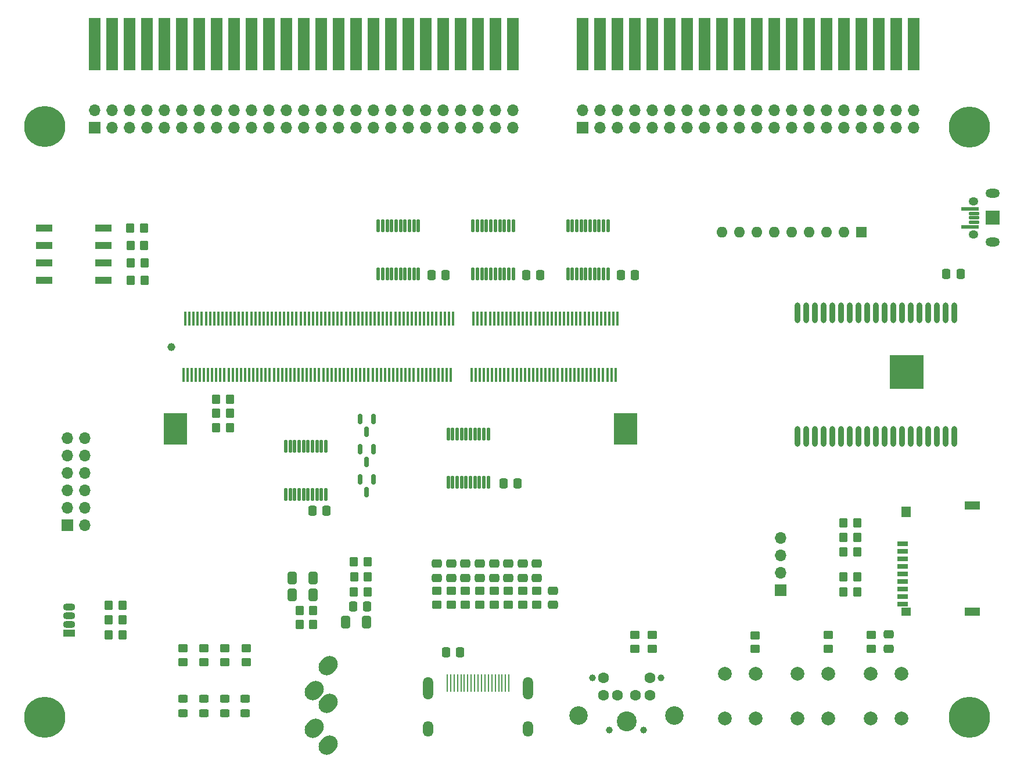
<source format=gbr>
%TF.GenerationSoftware,KiCad,Pcbnew,(6.0.11)*%
%TF.CreationDate,2023-05-25T19:22:19-07:00*%
%TF.ProjectId,TRS-IO++,5452532d-494f-42b2-9b2e-6b696361645f,rev?*%
%TF.SameCoordinates,Original*%
%TF.FileFunction,Soldermask,Top*%
%TF.FilePolarity,Negative*%
%FSLAX46Y46*%
G04 Gerber Fmt 4.6, Leading zero omitted, Abs format (unit mm)*
G04 Created by KiCad (PCBNEW (6.0.11)) date 2023-05-25 19:22:19*
%MOMM*%
%LPD*%
G01*
G04 APERTURE LIST*
G04 Aperture macros list*
%AMRoundRect*
0 Rectangle with rounded corners*
0 $1 Rounding radius*
0 $2 $3 $4 $5 $6 $7 $8 $9 X,Y pos of 4 corners*
0 Add a 4 corners polygon primitive as box body*
4,1,4,$2,$3,$4,$5,$6,$7,$8,$9,$2,$3,0*
0 Add four circle primitives for the rounded corners*
1,1,$1+$1,$2,$3*
1,1,$1+$1,$4,$5*
1,1,$1+$1,$6,$7*
1,1,$1+$1,$8,$9*
0 Add four rect primitives between the rounded corners*
20,1,$1+$1,$2,$3,$4,$5,0*
20,1,$1+$1,$4,$5,$6,$7,0*
20,1,$1+$1,$6,$7,$8,$9,0*
20,1,$1+$1,$8,$9,$2,$3,0*%
%AMHorizOval*
0 Thick line with rounded ends*
0 $1 width*
0 $2 $3 position (X,Y) of the first rounded end (center of the circle)*
0 $4 $5 position (X,Y) of the second rounded end (center of the circle)*
0 Add line between two ends*
20,1,$1,$2,$3,$4,$5,0*
0 Add two circle primitives to create the rounded ends*
1,1,$1,$2,$3*
1,1,$1,$4,$5*%
G04 Aperture macros list end*
%ADD10R,1.600000X1.600000*%
%ADD11O,1.600000X1.600000*%
%ADD12C,2.000000*%
%ADD13RoundRect,0.250000X0.350000X0.450000X-0.350000X0.450000X-0.350000X-0.450000X0.350000X-0.450000X0*%
%ADD14RoundRect,0.250000X-0.450000X0.350000X-0.450000X-0.350000X0.450000X-0.350000X0.450000X0.350000X0*%
%ADD15RoundRect,0.250000X-0.412500X-0.650000X0.412500X-0.650000X0.412500X0.650000X-0.412500X0.650000X0*%
%ADD16RoundRect,0.250000X0.450000X-0.350000X0.450000X0.350000X-0.450000X0.350000X-0.450000X-0.350000X0*%
%ADD17R,2.440000X1.120000*%
%ADD18RoundRect,0.250000X-0.350000X-0.450000X0.350000X-0.450000X0.350000X0.450000X-0.350000X0.450000X0*%
%ADD19RoundRect,0.250000X0.450000X-0.325000X0.450000X0.325000X-0.450000X0.325000X-0.450000X-0.325000X0*%
%ADD20RoundRect,0.250000X0.337500X0.475000X-0.337500X0.475000X-0.337500X-0.475000X0.337500X-0.475000X0*%
%ADD21C,0.800000*%
%ADD22C,6.000000*%
%ADD23RoundRect,0.250000X0.412500X0.650000X-0.412500X0.650000X-0.412500X-0.650000X0.412500X-0.650000X0*%
%ADD24RoundRect,0.250000X-0.475000X0.337500X-0.475000X-0.337500X0.475000X-0.337500X0.475000X0.337500X0*%
%ADD25R,1.700000X1.700000*%
%ADD26O,1.700000X1.700000*%
%ADD27HorizOval,2.400000X-0.212132X-0.212132X0.212132X0.212132X0*%
%ADD28RoundRect,0.250000X-0.337500X-0.475000X0.337500X-0.475000X0.337500X0.475000X-0.337500X0.475000X0*%
%ADD29RoundRect,0.150000X-0.150000X0.587500X-0.150000X-0.587500X0.150000X-0.587500X0.150000X0.587500X0*%
%ADD30R,0.280000X2.600000*%
%ADD31O,1.500000X3.300000*%
%ADD32O,1.500000X2.300000*%
%ADD33R,1.600000X0.700000*%
%ADD34R,1.400000X1.600000*%
%ADD35R,2.200000X1.200000*%
%ADD36R,1.400000X1.200000*%
%ADD37RoundRect,0.112500X-0.112500X0.837500X-0.112500X-0.837500X0.112500X-0.837500X0.112500X0.837500X0*%
%ADD38O,0.900000X3.000000*%
%ADD39R,5.000000X5.000000*%
%ADD40RoundRect,0.250000X0.475000X-0.337500X0.475000X0.337500X-0.475000X0.337500X-0.475000X-0.337500X0*%
%ADD41O,1.400000X1.200000*%
%ADD42RoundRect,0.050000X1.000000X-1.000000X1.000000X1.000000X-1.000000X1.000000X-1.000000X-1.000000X0*%
%ADD43O,2.100000X1.300000*%
%ADD44RoundRect,0.050000X1.250000X-0.200000X1.250000X0.200000X-1.250000X0.200000X-1.250000X-0.200000X0*%
%ADD45RoundRect,0.050000X0.675000X-0.200000X0.675000X0.200000X-0.675000X0.200000X-0.675000X-0.200000X0*%
%ADD46R,1.778000X7.620000*%
%ADD47R,1.800000X1.070000*%
%ADD48O,1.800000X1.070000*%
%ADD49C,1.600000*%
%ADD50C,1.000000*%
%ADD51C,2.900000*%
%ADD52C,2.700000*%
%ADD53C,1.150000*%
%ADD54R,0.350000X2.000000*%
%ADD55R,3.500000X4.600000*%
G04 APERTURE END LIST*
D10*
%TO.C,RN1*%
X185028600Y-70713600D03*
D11*
X182488600Y-70713600D03*
X179948600Y-70713600D03*
X177408600Y-70713600D03*
X174868600Y-70713600D03*
X172328600Y-70713600D03*
X169788600Y-70713600D03*
X167248600Y-70713600D03*
X164708600Y-70713600D03*
%TD*%
D12*
%TO.C,SW4*%
X165100000Y-141629200D03*
X165100000Y-135129200D03*
X169600000Y-141629200D03*
X169600000Y-135129200D03*
%TD*%
D13*
%TO.C,R33*%
X80435500Y-70104000D03*
X78435500Y-70104000D03*
%TD*%
D14*
%TO.C,R39*%
X92269032Y-131384800D03*
X92269032Y-133384800D03*
%TD*%
D15*
%TO.C,C15*%
X109806299Y-127551799D03*
X112931299Y-127551799D03*
%TD*%
D16*
%TO.C,R8*%
X129413000Y-125023800D03*
X129413000Y-123023800D03*
%TD*%
D14*
%TO.C,R40*%
X95330100Y-131384800D03*
X95330100Y-133384800D03*
%TD*%
D17*
%TO.C,SW3*%
X65935700Y-70104000D03*
X65935700Y-72644000D03*
X65935700Y-75184000D03*
X65935700Y-77724000D03*
X74545700Y-77724000D03*
X74545700Y-75184000D03*
X74545700Y-72644000D03*
X74545700Y-70104000D03*
%TD*%
D18*
%TO.C,R29*%
X90998800Y-95046800D03*
X92998800Y-95046800D03*
%TD*%
D19*
%TO.C,D3*%
X89177666Y-140842600D03*
X89177666Y-138792600D03*
%TD*%
D20*
%TO.C,C16*%
X134919850Y-107340400D03*
X132844850Y-107340400D03*
%TD*%
D16*
%TO.C,R10*%
X125247400Y-125023800D03*
X125247400Y-123023800D03*
%TD*%
D13*
%TO.C,R35*%
X80537100Y-75184000D03*
X78537100Y-75184000D03*
%TD*%
D19*
%TO.C,D2*%
X86146600Y-140842600D03*
X86146600Y-138792600D03*
%TD*%
D16*
%TO.C,R7*%
X131495800Y-125023800D03*
X131495800Y-123023800D03*
%TD*%
D14*
%TO.C,R14*%
X169570400Y-129505200D03*
X169570400Y-131505200D03*
%TD*%
D21*
%TO.C,H3*%
X202387690Y-139887010D03*
X203046700Y-141478000D03*
X199205710Y-143068990D03*
D22*
X200796700Y-141478000D03*
D21*
X200796700Y-143728000D03*
X202387690Y-143068990D03*
X200796700Y-139228000D03*
X198546700Y-141478000D03*
X199205710Y-139887010D03*
%TD*%
D18*
%TO.C,R16*%
X182423100Y-120967500D03*
X184423100Y-120967500D03*
%TD*%
D23*
%TO.C,C12*%
X105141899Y-121167999D03*
X102016899Y-121167999D03*
%TD*%
D24*
%TO.C,C6*%
X127330200Y-119049300D03*
X127330200Y-121124300D03*
%TD*%
D13*
%TO.C,R34*%
X80486300Y-72644000D03*
X78486300Y-72644000D03*
%TD*%
%TO.C,R2*%
X77301600Y-125120400D03*
X75301600Y-125120400D03*
%TD*%
D24*
%TO.C,C4*%
X131495800Y-119049300D03*
X131495800Y-121124300D03*
%TD*%
D16*
%TO.C,R31*%
X154533600Y-131462400D03*
X154533600Y-129462400D03*
%TD*%
D24*
%TO.C,C3*%
X133578600Y-119049300D03*
X133578600Y-121124300D03*
%TD*%
%TO.C,C7*%
X125247400Y-119049300D03*
X125247400Y-121124300D03*
%TD*%
D21*
%TO.C,H2*%
X198546700Y-55321200D03*
X202387690Y-53730210D03*
X200796700Y-57571200D03*
X199205710Y-53730210D03*
X203046700Y-55321200D03*
X199205710Y-56912190D03*
X202387690Y-56912190D03*
D22*
X200796700Y-55321200D03*
D21*
X200796700Y-53071200D03*
%TD*%
D24*
%TO.C,C1*%
X137744200Y-119049300D03*
X137744200Y-121124300D03*
%TD*%
D12*
%TO.C,SW2*%
X175727350Y-135129200D03*
X175727350Y-141629200D03*
X180227350Y-141629200D03*
X180227350Y-135129200D03*
%TD*%
D25*
%TO.C,J2*%
X144413700Y-55422800D03*
D26*
X144413700Y-52882800D03*
X146953700Y-55422800D03*
X146953700Y-52882800D03*
X149493700Y-55422800D03*
X149493700Y-52882800D03*
X152033700Y-55422800D03*
X152033700Y-52882800D03*
X154573700Y-55422800D03*
X154573700Y-52882800D03*
X157113700Y-55422800D03*
X157113700Y-52882800D03*
X159653700Y-55422800D03*
X159653700Y-52882800D03*
X162193700Y-55422800D03*
X162193700Y-52882800D03*
X164733700Y-55422800D03*
X164733700Y-52882800D03*
X167273700Y-55422800D03*
X167273700Y-52882800D03*
X169813700Y-55422800D03*
X169813700Y-52882800D03*
X172353700Y-55422800D03*
X172353700Y-52882800D03*
X174893700Y-55422800D03*
X174893700Y-52882800D03*
X177433700Y-55422800D03*
X177433700Y-52882800D03*
X179973700Y-55422800D03*
X179973700Y-52882800D03*
X182513700Y-55422800D03*
X182513700Y-52882800D03*
X185053700Y-55422800D03*
X185053700Y-52882800D03*
X187593700Y-55422800D03*
X187593700Y-52882800D03*
X190133700Y-55422800D03*
X190133700Y-52882800D03*
X192673700Y-55422800D03*
X192673700Y-52882800D03*
%TD*%
D27*
%TO.C,J10*%
X105273899Y-137591199D03*
X107273899Y-139391199D03*
X107273899Y-145491199D03*
X105273899Y-143091199D03*
X107273899Y-133891199D03*
%TD*%
D20*
%TO.C,C19*%
X124415000Y-76962000D03*
X122340000Y-76962000D03*
%TD*%
D24*
%TO.C,C8*%
X123164600Y-119049300D03*
X123164600Y-121124300D03*
%TD*%
D28*
%TO.C,C23*%
X124463900Y-131961300D03*
X126538900Y-131961300D03*
%TD*%
D29*
%TO.C,Q3*%
X113878400Y-97919300D03*
X111978400Y-97919300D03*
X112928400Y-99794300D03*
%TD*%
D30*
%TO.C,J7*%
X133659000Y-136468600D03*
X133159000Y-136468600D03*
X132659000Y-136468600D03*
X132159000Y-136468600D03*
X131659000Y-136468600D03*
X131159000Y-136468600D03*
X130659000Y-136468600D03*
X130159000Y-136468600D03*
X129659000Y-136468600D03*
X129159000Y-136468600D03*
X128659000Y-136468600D03*
X128159000Y-136468600D03*
X127659000Y-136468600D03*
X127159000Y-136468600D03*
X126659000Y-136468600D03*
X126159000Y-136468600D03*
X125659000Y-136468600D03*
X125159000Y-136468600D03*
X124659000Y-136468600D03*
D31*
X136409000Y-137228600D03*
D32*
X121909000Y-143188600D03*
X136409000Y-143188600D03*
D31*
X121909000Y-137228600D03*
%TD*%
D33*
%TO.C,J9*%
X191070000Y-116113200D03*
X191070000Y-117213200D03*
X191070000Y-118313200D03*
X191070000Y-119413200D03*
X191070000Y-120513200D03*
X191070000Y-121613200D03*
X191070000Y-122713200D03*
X191070000Y-123813200D03*
X191070000Y-124913200D03*
D34*
X191570000Y-111463200D03*
D35*
X201170000Y-110563200D03*
X201170000Y-126063200D03*
D36*
X191570000Y-126063200D03*
%TD*%
D24*
%TO.C,C9*%
X189026800Y-129366100D03*
X189026800Y-131441100D03*
%TD*%
D13*
%TO.C,R36*%
X80537100Y-77724000D03*
X78537100Y-77724000D03*
%TD*%
D25*
%TO.C,J8*%
X173255166Y-122892600D03*
D26*
X173255166Y-120352600D03*
X173255166Y-117812600D03*
X173255166Y-115272600D03*
%TD*%
D18*
%TO.C,R17*%
X182423100Y-115214400D03*
X184423100Y-115214400D03*
%TD*%
%TO.C,R26*%
X90998800Y-99212400D03*
X92998800Y-99212400D03*
%TD*%
D29*
%TO.C,Q4*%
X113878400Y-102338900D03*
X111978400Y-102338900D03*
X112928400Y-104213900D03*
%TD*%
D12*
%TO.C,SW1*%
X186354700Y-135129200D03*
X186354700Y-141629200D03*
X190854700Y-141629200D03*
X190854700Y-135129200D03*
%TD*%
D16*
%TO.C,R32*%
X151993600Y-131462400D03*
X151993600Y-129462400D03*
%TD*%
D25*
%TO.C,J5*%
X69322000Y-113411400D03*
D26*
X71862000Y-113411400D03*
X69322000Y-110871400D03*
X71862000Y-110871400D03*
X69322000Y-108331400D03*
X71862000Y-108331400D03*
X69322000Y-105791400D03*
X71862000Y-105791400D03*
X69322000Y-103251400D03*
X71862000Y-103251400D03*
X69322000Y-100711400D03*
X71862000Y-100711400D03*
%TD*%
D18*
%TO.C,R18*%
X182423100Y-113080800D03*
X184423100Y-113080800D03*
%TD*%
%TO.C,R19*%
X182438800Y-123139200D03*
X184438800Y-123139200D03*
%TD*%
D13*
%TO.C,R1*%
X77301600Y-129438400D03*
X75301600Y-129438400D03*
%TD*%
D37*
%TO.C,U3*%
X148095700Y-69753600D03*
X147445700Y-69753600D03*
X146795700Y-69753600D03*
X146145700Y-69753600D03*
X145495700Y-69753600D03*
X144845700Y-69753600D03*
X144195700Y-69753600D03*
X143545700Y-69753600D03*
X142895700Y-69753600D03*
X142245700Y-69753600D03*
X142245700Y-76753600D03*
X142895700Y-76753600D03*
X143545700Y-76753600D03*
X144195700Y-76753600D03*
X144845700Y-76753600D03*
X145495700Y-76753600D03*
X146145700Y-76753600D03*
X146795700Y-76753600D03*
X147445700Y-76753600D03*
X148095700Y-76753600D03*
%TD*%
D19*
%TO.C,D4*%
X92208732Y-140842600D03*
X92208732Y-138792600D03*
%TD*%
D37*
%TO.C,U4*%
X130660550Y-100132000D03*
X130010550Y-100132000D03*
X129360550Y-100132000D03*
X128710550Y-100132000D03*
X128060550Y-100132000D03*
X127410550Y-100132000D03*
X126760550Y-100132000D03*
X126110550Y-100132000D03*
X125460550Y-100132000D03*
X124810550Y-100132000D03*
X124810550Y-107132000D03*
X125460550Y-107132000D03*
X126110550Y-107132000D03*
X126760550Y-107132000D03*
X127410550Y-107132000D03*
X128060550Y-107132000D03*
X128710550Y-107132000D03*
X129360550Y-107132000D03*
X130010550Y-107132000D03*
X130660550Y-107132000D03*
%TD*%
D38*
%TO.C,U1*%
X198565900Y-82490800D03*
X197295900Y-82490800D03*
X196025900Y-82490800D03*
X194755900Y-82490800D03*
X193485900Y-82490800D03*
X192215900Y-82490800D03*
X190945900Y-82490800D03*
X189675900Y-82490800D03*
X188405900Y-82490800D03*
X187135900Y-82490800D03*
X185865900Y-82490800D03*
X184595900Y-82490800D03*
X183325900Y-82490800D03*
X182055900Y-82490800D03*
X180755900Y-82490800D03*
X179485900Y-82490800D03*
X178215900Y-82490800D03*
X176945900Y-82490800D03*
X175675900Y-82490800D03*
X175675900Y-100490800D03*
X176945900Y-100490800D03*
X178215900Y-100490800D03*
X179485900Y-100490800D03*
X180755900Y-100490800D03*
X182055900Y-100520800D03*
X183325900Y-100520800D03*
X184595900Y-100520800D03*
X185865900Y-100520800D03*
X187135900Y-100520800D03*
X188405900Y-100520800D03*
X189675900Y-100520800D03*
X190945900Y-100520800D03*
X192215900Y-100520800D03*
X193485900Y-100520800D03*
X194755900Y-100520800D03*
X196025900Y-100520800D03*
X197295900Y-100520800D03*
X198565900Y-100520800D03*
D21*
X189655900Y-90090800D03*
X192655900Y-90090800D03*
X192655900Y-91090800D03*
X189655900Y-91090800D03*
X193655900Y-93090800D03*
X193655900Y-89090800D03*
X189655900Y-92090800D03*
X190655900Y-91090800D03*
X191655900Y-93090800D03*
X189655900Y-93090800D03*
X189655900Y-89090800D03*
X191655900Y-92090800D03*
X191655900Y-91090800D03*
X193655900Y-91090800D03*
D39*
X191645900Y-91090800D03*
D21*
X192655900Y-93090800D03*
X190655900Y-93090800D03*
X190655900Y-89090800D03*
X192655900Y-92090800D03*
X193655900Y-92090800D03*
X192655900Y-89090800D03*
X190655900Y-90090800D03*
X191655900Y-90090800D03*
X193655900Y-90090800D03*
X191655900Y-89090800D03*
X190655900Y-92090800D03*
%TD*%
D40*
%TO.C,C21*%
X140106400Y-125061300D03*
X140106400Y-122986300D03*
%TD*%
D14*
%TO.C,R30*%
X180171900Y-129454400D03*
X180171900Y-131454400D03*
%TD*%
D21*
%TO.C,H1*%
X66024300Y-57520400D03*
X64433310Y-56861390D03*
X68274300Y-55270400D03*
D22*
X66024300Y-55270400D03*
D21*
X64433310Y-53679410D03*
X67615290Y-56861390D03*
X67615290Y-53679410D03*
X66024300Y-53020400D03*
X63774300Y-55270400D03*
%TD*%
D13*
%TO.C,R24*%
X113029199Y-123182999D03*
X111029199Y-123182999D03*
%TD*%
D29*
%TO.C,Q5*%
X113878400Y-106758500D03*
X111978400Y-106758500D03*
X112928400Y-108633500D03*
%TD*%
D24*
%TO.C,C5*%
X129413000Y-119049300D03*
X129413000Y-121124300D03*
%TD*%
D14*
%TO.C,R12*%
X186436000Y-129454400D03*
X186436000Y-131454400D03*
%TD*%
D13*
%TO.C,R22*%
X105140000Y-125841599D03*
X103140000Y-125841599D03*
%TD*%
D41*
%TO.C,J12*%
X201374000Y-66155000D03*
D42*
X204124000Y-68580000D03*
D43*
X204124000Y-72155000D03*
X204124000Y-65005000D03*
D41*
X201374000Y-71005000D03*
D44*
X200872800Y-69880000D03*
D45*
X201449000Y-69230000D03*
X201449000Y-68580000D03*
X201449000Y-67930000D03*
D44*
X200872800Y-67280000D03*
%TD*%
D20*
%TO.C,C11*%
X152050200Y-76962000D03*
X149975200Y-76962000D03*
%TD*%
D18*
%TO.C,R25*%
X111077500Y-120967500D03*
X113077500Y-120967500D03*
%TD*%
%TO.C,R28*%
X90998800Y-97129600D03*
X92998800Y-97129600D03*
%TD*%
D13*
%TO.C,R23*%
X113029199Y-118745000D03*
X111029199Y-118745000D03*
%TD*%
D16*
%TO.C,R4*%
X137744200Y-125023800D03*
X137744200Y-123023800D03*
%TD*%
D20*
%TO.C,C24*%
X199497400Y-76758800D03*
X197422400Y-76758800D03*
%TD*%
D14*
%TO.C,R38*%
X89207966Y-131384800D03*
X89207966Y-133384800D03*
%TD*%
D46*
%TO.C,J4*%
X144408700Y-43281600D03*
X146948700Y-43281600D03*
X149488700Y-43281600D03*
X152028700Y-43281600D03*
X154568700Y-43281600D03*
X157108700Y-43281600D03*
X159648700Y-43281600D03*
X162188700Y-43281600D03*
X164728700Y-43281600D03*
X167268700Y-43281600D03*
X169808700Y-43281600D03*
X172348700Y-43281600D03*
X174888700Y-43281600D03*
X177428700Y-43281600D03*
X179968700Y-43281600D03*
X182508700Y-43281600D03*
X185048700Y-43281600D03*
X187588700Y-43281600D03*
X190128700Y-43281600D03*
X192668700Y-43281600D03*
%TD*%
%TO.C,J3*%
X73263300Y-43281600D03*
X75803300Y-43281600D03*
X78343300Y-43281600D03*
X80883300Y-43281600D03*
X83423300Y-43281600D03*
X85963300Y-43281600D03*
X88503300Y-43281600D03*
X91043300Y-43281600D03*
X93583300Y-43281600D03*
X96123300Y-43281600D03*
X98663300Y-43281600D03*
X101203300Y-43281600D03*
X103743300Y-43281600D03*
X106283300Y-43281600D03*
X108823300Y-43281600D03*
X111363300Y-43281600D03*
X113903300Y-43281600D03*
X116443300Y-43281600D03*
X118983300Y-43281600D03*
X121523300Y-43281600D03*
X124063300Y-43281600D03*
X126603300Y-43281600D03*
X129143300Y-43281600D03*
X131683300Y-43281600D03*
X134223300Y-43281600D03*
%TD*%
D37*
%TO.C,U2*%
X134278100Y-69753600D03*
X133628100Y-69753600D03*
X132978100Y-69753600D03*
X132328100Y-69753600D03*
X131678100Y-69753600D03*
X131028100Y-69753600D03*
X130378100Y-69753600D03*
X129728100Y-69753600D03*
X129078100Y-69753600D03*
X128428100Y-69753600D03*
X128428100Y-76753600D03*
X129078100Y-76753600D03*
X129728100Y-76753600D03*
X130378100Y-76753600D03*
X131028100Y-76753600D03*
X131678100Y-76753600D03*
X132328100Y-76753600D03*
X132978100Y-76753600D03*
X133628100Y-76753600D03*
X134278100Y-76753600D03*
%TD*%
D24*
%TO.C,C2*%
X135661400Y-119049300D03*
X135661400Y-121124300D03*
%TD*%
D47*
%TO.C,D1*%
X69543200Y-129156000D03*
D48*
X69543200Y-127886000D03*
X69543200Y-126616000D03*
X69543200Y-125346000D03*
%TD*%
D49*
%TO.C,J11*%
X152109500Y-138232700D03*
X149509500Y-138232700D03*
X154209500Y-138232700D03*
X147409500Y-138232700D03*
X154209500Y-135732700D03*
X147409500Y-135732700D03*
D50*
X153309500Y-143332700D03*
X148309500Y-143332700D03*
X155809500Y-135732700D03*
X145809500Y-135732700D03*
D51*
X150809500Y-142032700D03*
D52*
X157809500Y-141232700D03*
X143809500Y-141232700D03*
%TD*%
D53*
%TO.C,Conn1*%
X84440300Y-87422900D03*
D54*
X149490300Y-83322900D03*
X149190300Y-91522900D03*
X148890300Y-83322900D03*
X148590300Y-91522900D03*
X148290300Y-83322900D03*
X147990300Y-91522900D03*
X147690300Y-83322900D03*
X147390300Y-91522900D03*
X147090300Y-83322900D03*
X146790300Y-91522900D03*
X146490300Y-83322900D03*
X146190300Y-91522900D03*
X145890300Y-83322900D03*
X145590300Y-91522900D03*
X145290300Y-83322900D03*
X144990300Y-91522900D03*
X144690300Y-83322900D03*
X144390300Y-91522900D03*
X144090300Y-83322900D03*
X143790300Y-91522900D03*
X143490300Y-83322900D03*
X143190300Y-91522900D03*
X142890300Y-83322900D03*
X142590300Y-91522900D03*
X142290300Y-83322900D03*
X141990300Y-91522900D03*
X141690300Y-83322900D03*
X141390300Y-91522900D03*
X141090300Y-83322900D03*
X140790300Y-91522900D03*
X140490300Y-83322900D03*
X140190300Y-91522900D03*
X139890300Y-83322900D03*
X139590300Y-91522900D03*
X139290300Y-83322900D03*
X138990300Y-91522900D03*
X138690300Y-83322900D03*
X138390300Y-91522900D03*
X138090300Y-83322900D03*
X137790300Y-91522900D03*
X137490300Y-83322900D03*
X137190300Y-91522900D03*
X136890300Y-83322900D03*
X136590300Y-91522900D03*
X136290300Y-83322900D03*
X135990300Y-91522900D03*
X135690300Y-83322900D03*
X135390300Y-91522900D03*
X135090300Y-83322900D03*
X134790300Y-91522900D03*
X134490300Y-83322900D03*
X134190300Y-91522900D03*
X133890300Y-83322900D03*
X133590300Y-91522900D03*
X133290300Y-83322900D03*
X132990300Y-91522900D03*
X132690300Y-83322900D03*
X132390300Y-91522900D03*
X132090300Y-83322900D03*
X131790300Y-91522900D03*
X131490300Y-83322900D03*
X131190300Y-91522900D03*
X130890300Y-83322900D03*
X130590300Y-91522900D03*
X130290300Y-83322900D03*
X129990300Y-91522900D03*
X129690300Y-83322900D03*
X129390300Y-91522900D03*
X129090300Y-83322900D03*
X128790300Y-91522900D03*
X128490300Y-83322900D03*
X128190300Y-91522900D03*
X125490300Y-83322900D03*
X125190300Y-91522900D03*
X124890300Y-83322900D03*
X124590300Y-91522900D03*
X124290300Y-83322900D03*
X123990300Y-91522900D03*
X123690300Y-83322900D03*
X123390300Y-91522900D03*
X123090300Y-83322900D03*
X122790300Y-91522900D03*
X122490300Y-83322900D03*
X122190300Y-91522900D03*
X121890300Y-83322900D03*
X121590300Y-91522900D03*
X121290300Y-83322900D03*
X120990300Y-91522900D03*
X120690300Y-83322900D03*
X120390300Y-91522900D03*
X120090300Y-83322900D03*
X119790300Y-91522900D03*
X119490300Y-83322900D03*
X119190300Y-91522900D03*
X118890300Y-83322900D03*
X118590300Y-91522900D03*
X118290300Y-83322900D03*
X117990300Y-91522900D03*
X117690300Y-83322900D03*
X117390300Y-91522900D03*
X117090300Y-83322900D03*
X116790300Y-91522900D03*
X116490300Y-83322900D03*
X116190300Y-91522900D03*
X115890300Y-83322900D03*
X115590300Y-91522900D03*
X115290300Y-83322900D03*
X114990300Y-91522900D03*
X114690300Y-83322900D03*
X114390300Y-91522900D03*
X114090300Y-83322900D03*
X113790300Y-91522900D03*
X113490300Y-83322900D03*
X113190300Y-91522900D03*
X112890300Y-83322900D03*
X112590300Y-91522900D03*
X112290300Y-83322900D03*
X111990300Y-91522900D03*
X111690300Y-83322900D03*
X111390300Y-91522900D03*
X111090300Y-83322900D03*
X110790300Y-91522900D03*
X110490300Y-83322900D03*
X110190300Y-91522900D03*
X109890300Y-83322900D03*
X109590300Y-91522900D03*
X109290300Y-83322900D03*
X108990300Y-91522900D03*
X108690300Y-83322900D03*
X108390300Y-91522900D03*
X108090300Y-83322900D03*
X107790300Y-91522900D03*
X107490300Y-83322900D03*
X107190300Y-91522900D03*
X106890300Y-83322900D03*
X106590300Y-91522900D03*
X106290300Y-83322900D03*
X105990300Y-91522900D03*
X105690300Y-83322900D03*
X105390300Y-91522900D03*
X105090300Y-83322900D03*
X104790300Y-91522900D03*
X104490300Y-83322900D03*
X104190300Y-91522900D03*
X103890300Y-83322900D03*
X103590300Y-91522900D03*
X103290300Y-83322900D03*
X102990300Y-91522900D03*
X102690300Y-83322900D03*
X102390300Y-91522900D03*
X102090300Y-83322900D03*
X101790300Y-91522900D03*
X101490300Y-83322900D03*
X101190300Y-91522900D03*
X100890300Y-83322900D03*
X100590300Y-91522900D03*
X100290300Y-83322900D03*
X99990300Y-91522900D03*
X99690300Y-83322900D03*
X99390300Y-91522900D03*
X99090300Y-83322900D03*
X98790300Y-91522900D03*
X98490300Y-83322900D03*
X98190300Y-91522900D03*
X97890300Y-83322900D03*
X97590300Y-91522900D03*
X97290300Y-83322900D03*
X96990300Y-91522900D03*
X96690300Y-83322900D03*
X96390300Y-91522900D03*
X96090300Y-83322900D03*
X95790300Y-91522900D03*
X95490300Y-83322900D03*
X95190300Y-91522900D03*
X94890300Y-83322900D03*
X94590300Y-91522900D03*
X94290300Y-83322900D03*
X93990300Y-91522900D03*
X93690300Y-83322900D03*
X93390300Y-91522900D03*
X93090300Y-83322900D03*
X92790300Y-91522900D03*
X92490300Y-83322900D03*
X92190300Y-91522900D03*
X91890300Y-83322900D03*
X91590300Y-91522900D03*
X91290300Y-83322900D03*
X90990300Y-91522900D03*
X90690300Y-83322900D03*
X90390300Y-91522900D03*
X90090300Y-83322900D03*
X89790300Y-91522900D03*
X89490300Y-83322900D03*
X89190300Y-91522900D03*
X88890300Y-83322900D03*
X88590300Y-91522900D03*
X88290300Y-83322900D03*
X87990300Y-91522900D03*
X87690300Y-83322900D03*
X87390300Y-91522900D03*
X87090300Y-83322900D03*
X86790300Y-91522900D03*
X86490300Y-83322900D03*
X86190300Y-91522900D03*
D55*
X150640300Y-99422900D03*
X85040300Y-99422900D03*
%TD*%
D14*
%TO.C,R37*%
X86146900Y-131384800D03*
X86146900Y-133384800D03*
%TD*%
D16*
%TO.C,R5*%
X135661400Y-125023800D03*
X135661400Y-123023800D03*
%TD*%
D13*
%TO.C,R3*%
X77301600Y-127254000D03*
X75301600Y-127254000D03*
%TD*%
D25*
%TO.C,J1*%
X73237900Y-55422800D03*
D26*
X73237900Y-52882800D03*
X75777900Y-55422800D03*
X75777900Y-52882800D03*
X78317900Y-55422800D03*
X78317900Y-52882800D03*
X80857900Y-55422800D03*
X80857900Y-52882800D03*
X83397900Y-55422800D03*
X83397900Y-52882800D03*
X85937900Y-55422800D03*
X85937900Y-52882800D03*
X88477900Y-55422800D03*
X88477900Y-52882800D03*
X91017900Y-55422800D03*
X91017900Y-52882800D03*
X93557900Y-55422800D03*
X93557900Y-52882800D03*
X96097900Y-55422800D03*
X96097900Y-52882800D03*
X98637900Y-55422800D03*
X98637900Y-52882800D03*
X101177900Y-55422800D03*
X101177900Y-52882800D03*
X103717900Y-55422800D03*
X103717900Y-52882800D03*
X106257900Y-55422800D03*
X106257900Y-52882800D03*
X108797900Y-55422800D03*
X108797900Y-52882800D03*
X111337900Y-55422800D03*
X111337900Y-52882800D03*
X113877900Y-55422800D03*
X113877900Y-52882800D03*
X116417900Y-55422800D03*
X116417900Y-52882800D03*
X118957900Y-55422800D03*
X118957900Y-52882800D03*
X121497900Y-55422800D03*
X121497900Y-52882800D03*
X124037900Y-55422800D03*
X124037900Y-52882800D03*
X126577900Y-55422800D03*
X126577900Y-52882800D03*
X129117900Y-55422800D03*
X129117900Y-52882800D03*
X131657900Y-55422800D03*
X131657900Y-52882800D03*
X134197900Y-55422800D03*
X134197900Y-52882800D03*
%TD*%
D19*
%TO.C,D5*%
X95239800Y-140842600D03*
X95239800Y-138792600D03*
%TD*%
D16*
%TO.C,R11*%
X123164600Y-125023800D03*
X123164600Y-123023800D03*
%TD*%
%TO.C,R9*%
X127330200Y-125023800D03*
X127330200Y-123023800D03*
%TD*%
D20*
%TO.C,C18*%
X107057100Y-111302800D03*
X104982100Y-111302800D03*
%TD*%
D37*
%TO.C,U5*%
X106963400Y-101910000D03*
X106313400Y-101910000D03*
X105663400Y-101910000D03*
X105013400Y-101910000D03*
X104363400Y-101910000D03*
X103713400Y-101910000D03*
X103063400Y-101910000D03*
X102413400Y-101910000D03*
X101763400Y-101910000D03*
X101113400Y-101910000D03*
X101113400Y-108910000D03*
X101763400Y-108910000D03*
X102413400Y-108910000D03*
X103063400Y-108910000D03*
X103713400Y-108910000D03*
X104363400Y-108910000D03*
X105013400Y-108910000D03*
X105663400Y-108910000D03*
X106313400Y-108910000D03*
X106963400Y-108910000D03*
%TD*%
D21*
%TO.C,H4*%
X66024300Y-143728000D03*
X68274300Y-141478000D03*
X64433310Y-139887010D03*
X66024300Y-139228000D03*
X64433310Y-143068990D03*
X67615290Y-143068990D03*
D22*
X66024300Y-141478000D03*
D21*
X63774300Y-141478000D03*
X67615290Y-139887010D03*
%TD*%
D20*
%TO.C,C10*%
X138232600Y-76962000D03*
X136157600Y-76962000D03*
%TD*%
D18*
%TO.C,R15*%
X182423100Y-117348000D03*
X184423100Y-117348000D03*
%TD*%
D16*
%TO.C,R6*%
X133578600Y-125023800D03*
X133578600Y-123023800D03*
%TD*%
D18*
%TO.C,R21*%
X103140000Y-127873599D03*
X105140000Y-127873599D03*
%TD*%
D37*
%TO.C,U6*%
X120460500Y-69753600D03*
X119810500Y-69753600D03*
X119160500Y-69753600D03*
X118510500Y-69753600D03*
X117860500Y-69753600D03*
X117210500Y-69753600D03*
X116560500Y-69753600D03*
X115910500Y-69753600D03*
X115260500Y-69753600D03*
X114610500Y-69753600D03*
X114610500Y-76753600D03*
X115260500Y-76753600D03*
X115910500Y-76753600D03*
X116560500Y-76753600D03*
X117210500Y-76753600D03*
X117860500Y-76753600D03*
X118510500Y-76753600D03*
X119160500Y-76753600D03*
X119810500Y-76753600D03*
X120460500Y-76753600D03*
%TD*%
D20*
%TO.C,C13*%
X113015899Y-125265799D03*
X110940899Y-125265799D03*
%TD*%
D15*
%TO.C,C14*%
X102016899Y-123606399D03*
X105141899Y-123606399D03*
%TD*%
M02*

</source>
